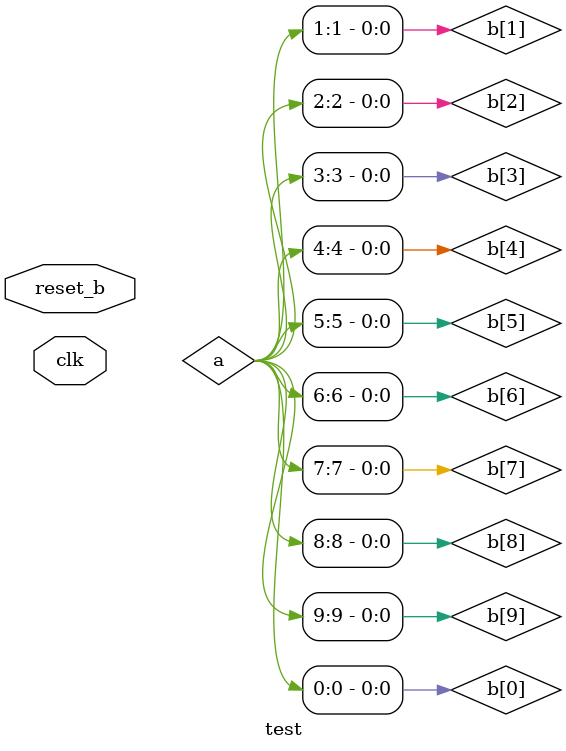
<source format=sv>
module ecc_reg
  #(parameter NUM_REG_BITS         = 8,
    parameter NUM_SYNDROME_BITS    = 5
    )(
      input                           Clk,
      input                           reset_b,
      input [NUM_REG_BITS-1:0]        w_din,
      input                           w_en,
      output logic [NUM_REG_BITS-1:0] reg_dout,
      output logic                    single_bit_err,
      output logic                    double_bit_err,
      output logic                    parity_bit_err
      );
endmodule


module test
  (input logic clk,
   input logic reset_b);

  logic [9:0] a;
  logic b [10];

  always_comb
    for (int i=0; i<10; i++)
      b[i] = a[i];

  logic [99:0] rw_ecc_w_en;
  logic [7:0]  rw_ecc_w_din [100];
  logic [7:0]  rw_ecc_reg_dout [100];
  logic [99:0] rw_ecc_single_bit_err;
  logic [99:0] rw_ecc_double_bit_err;
  logic [99:0] rw_ecc_parity_bit_err;

  generate
    for (genvar i=0; i<100; i++) begin
      ecc_reg # (.NUM_REG_BITS          (8),
		 .NUM_SYNDROME_BITS     (5)
		 ) ecc_reg_u (
			      .Clk                   (clk),
			      .reset_b               (reset_b),
			      .w_din                 (rw_ecc_w_din            [i]),
			      .w_en                  (rw_ecc_w_en             [i]),
			      .reg_dout              (rw_ecc_reg_dout         [i]),
			      .single_bit_err        (rw_ecc_single_bit_err   [i]),
			      .double_bit_err        (rw_ecc_double_bit_err   [i]),
			      .parity_bit_err        (rw_ecc_parity_bit_err   [i])
			      );
      end
  endgenerate
endmodule

</source>
